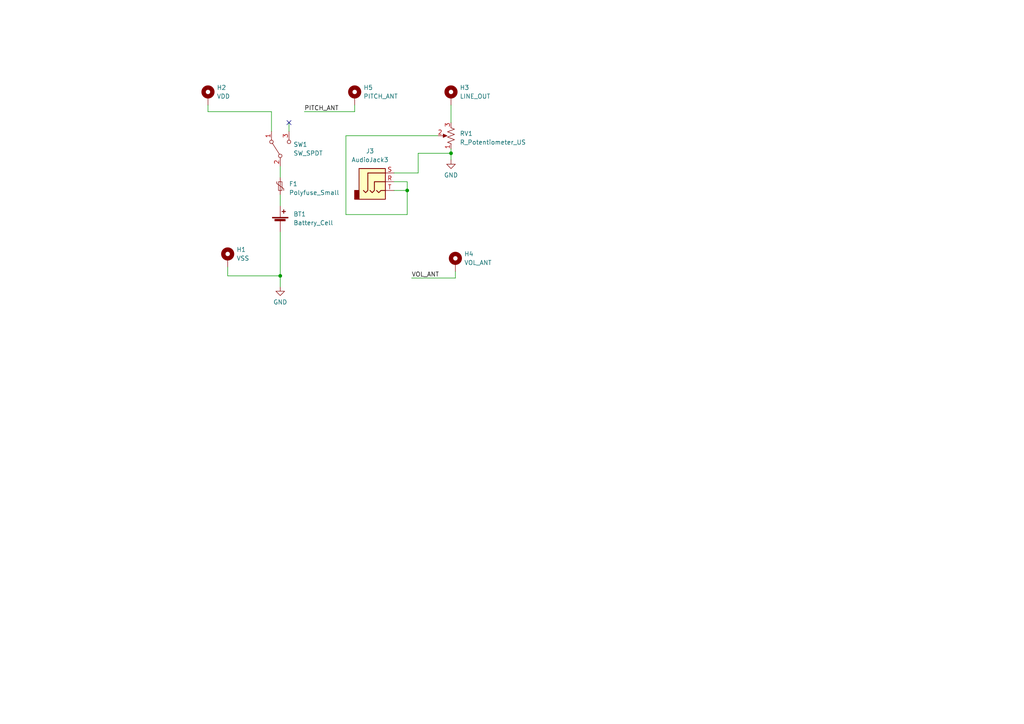
<source format=kicad_sch>
(kicad_sch (version 20221206) (generator eeschema)
  (paper "A4")
  (lib_symbols
    (symbol "Connector:AudioJack3"
      (property "Reference" "J" (at 0 8.89 0))
      (property "Value" "AudioJack3" (at 0 6.35 0))
      (symbol "AudioJack3_0_1"
        (rectangle (start -5.08 -5.08) (end -6.35 -2.54) (stroke (width 0.254)) (fill (type outline)))
        (polyline (pts (xy 0 -2.54) (xy 0.635 -3.175) (xy 1.27 -2.54) (xy 2.54 -2.54)) (stroke (width 0.254)))
        (polyline (pts (xy -1.905 -2.54) (xy -1.27 -3.175) (xy -0.635 -2.54) (xy -0.635 0) (xy 2.54 0)) (stroke (width 0.254)))
        (polyline (pts (xy 2.54 2.54) (xy -2.54 2.54) (xy -2.54 -2.54) (xy -3.175 -3.175) (xy -3.81 -2.54)) (stroke (width 0.254)))
        (rectangle (start 2.54 3.81) (end -5.08 -5.08) (stroke (width 0.254)) (fill (type background)))
      )
      (symbol "AudioJack3_1_1"
        (pin passive line (at 5.08 0 180) (length 2.54) (name "~") (number "R"))
        (pin passive line (at 5.08 2.54 180) (length 2.54) (name "~") (number "S"))
        (pin passive line (at 5.08 -2.54 180) (length 2.54) (name "~") (number "T"))
      )
    )
    (symbol "Device:Battery_Cell" (pin_numbers hide) (pin_names (offset 0) hide)
      (property "Reference" "BT" (at 2.54 2.54 0))
      (property "Value" "Battery_Cell" (at 2.54 0 0))
      (symbol "Battery_Cell_0_1"
        (rectangle (start -2.286 1.778) (end 2.286 1.524) (fill (type outline)))
        (rectangle (start -1.5748 1.1938) (end 1.4732 0.6858) (fill (type outline)))
        (polyline (pts (xy 0 0.762) (xy 0 0)))
        (polyline (pts (xy 0 1.778) (xy 0 2.54)))
        (polyline (pts (xy 0.508 3.429) (xy 1.524 3.429)) (stroke (width 0.254)))
        (polyline (pts (xy 1.016 3.937) (xy 1.016 2.921)) (stroke (width 0.254)))
      )
      (symbol "Battery_Cell_1_1"
        (pin passive line (at 0 5.08 270) (length 2.54) (name "+") (number "1"))
        (pin passive line (at 0 -2.54 90) (length 2.54) (name "-") (number "2"))
      )
    )
    (symbol "Device:Polyfuse_Small" (pin_numbers hide) (pin_names (offset 0))
      (property "Reference" "F" (at -1.905 0 90))
      (property "Value" "Polyfuse_Small" (at 1.905 0 90))
      (symbol "Polyfuse_Small_0_1"
        (rectangle (start -0.508 1.27) (end 0.508 -1.27))
        (polyline (pts (xy 0 2.54) (xy 0 -2.54)))
        (polyline (pts (xy -1.016 1.27) (xy -1.016 0.762) (xy 1.016 -0.762) (xy 1.016 -1.27)))
      )
      (symbol "Polyfuse_Small_1_1"
        (pin passive line (at 0 2.54 270) (length 0.635) (name "~") (number "1"))
        (pin passive line (at 0 -2.54 90) (length 0.635) (name "~") (number "2"))
      )
    )
    (symbol "Device:R_Potentiometer_US" (pin_names (offset 1.016) hide)
      (property "Reference" "RV" (at -4.445 0 90))
      (property "Value" "R_Potentiometer_US" (at -2.54 0 90))
      (symbol "R_Potentiometer_US_0_1"
        (polyline (pts (xy 0 -2.286) (xy 0 -2.54)))
        (polyline (pts (xy 0 2.54) (xy 0 2.286)))
        (polyline (pts (xy 2.54 0) (xy 1.524 0)))
        (polyline (pts (xy 1.143 0) (xy 2.286 0.508) (xy 2.286 -0.508) (xy 1.143 0)) (fill (type outline)))
        (polyline (pts (xy 0 -0.762) (xy 1.016 -1.143) (xy 0 -1.524) (xy -1.016 -1.905) (xy 0 -2.286)))
        (polyline (pts (xy 0 0.762) (xy 1.016 0.381) (xy 0 0) (xy -1.016 -0.381) (xy 0 -0.762)))
        (polyline (pts (xy 0 2.286) (xy 1.016 1.905) (xy 0 1.524) (xy -1.016 1.143) (xy 0 0.762)))
      )
      (symbol "R_Potentiometer_US_1_1"
        (pin passive line (at 0 3.81 270) (length 1.27) (name "1") (number "1"))
        (pin passive line (at 3.81 0 180) (length 1.27) (name "2") (number "2"))
        (pin passive line (at 0 -3.81 90) (length 1.27) (name "3") (number "3"))
      )
    )
    (symbol "Mechanical:MountingHole_Pad" (pin_numbers hide) (pin_names (offset 1.016) hide)
      (property "Reference" "H" (at 0 6.35 0))
      (property "Value" "MountingHole_Pad" (at 0 4.445 0))
      (symbol "MountingHole_Pad_0_1"
        (circle (center 0 1.27) (radius 1.27) (stroke (width 1.27)))
      )
      (symbol "MountingHole_Pad_1_1"
        (pin input line (at 0 -2.54 90) (length 2.54) (name "1") (number "1"))
      )
    )
    (symbol "Switch:SW_SPDT" (pin_names (offset 0) hide)
      (property "Reference" "SW" (at 0 4.318 0))
      (property "Value" "SW_SPDT" (at 0 -5.08 0))
      (symbol "SW_SPDT_0_0"
        (circle (center -2.032 0) (radius 0.508))
        (circle (center 2.032 -2.54) (radius 0.508))
      )
      (symbol "SW_SPDT_0_1"
        (polyline (pts (xy -1.524 0.254) (xy 1.651 2.286)))
        (circle (center 2.032 2.54) (radius 0.508))
      )
      (symbol "SW_SPDT_1_1"
        (pin passive line (at 5.08 2.54 180) (length 2.54) (name "A") (number "1"))
        (pin passive line (at -5.08 0 0) (length 2.54) (name "B") (number "2"))
        (pin passive line (at 5.08 -2.54 180) (length 2.54) (name "C") (number "3"))
      )
    )
    (symbol "power:GND" (power) (pin_names (offset 0))
      (property "Value" "GND" (at 0 -3.81 0))
      (symbol "GND_0_1"
        (polyline (pts (xy 0 0) (xy 0 -1.27) (xy 1.27 -1.27) (xy 0 -2.54) (xy -1.27 -1.27) (xy 0 -1.27)))
      )
      (symbol "GND_1_1"
        (pin power_in line (at 0 0 270) (length 0) hide (name "GND") (number "1"))
      )
    )
  )
  (junction (at 81.28 80.01))
  (junction (at 130.81 44.45))
  (junction (at 118.11 55.245))
  (no_connect (at 83.82 35.56))
  (wire (pts (xy 114.3 55.245) (xy 118.11 55.245)))
  (wire (pts (xy 88.265 32.385) (xy 102.87 32.385)))
  (wire (pts (xy 114.3 50.165) (xy 121.285 50.165)))
  (wire (pts (xy 78.74 38.1) (xy 78.74 32.385)))
  (wire (pts (xy 121.285 44.45) (xy 130.81 44.45)))
  (wire (pts (xy 118.11 52.705) (xy 118.11 55.245)))
  (wire (pts (xy 60.325 30.48) (xy 60.325 32.385)))
  (wire (pts (xy 102.87 32.385) (xy 102.87 30.48)))
  (wire (pts (xy 114.3 52.705) (xy 118.11 52.705)))
  (wire (pts (xy 100.33 62.23) (xy 118.11 62.23)))
  (wire (pts (xy 81.28 80.01) (xy 81.28 83.185)))
  (wire (pts (xy 132.08 80.645) (xy 132.08 78.74)))
  (wire (pts (xy 130.81 44.45) (xy 130.81 46.355)))
  (wire (pts (xy 81.28 59.69) (xy 81.28 56.515)))
  (wire (pts (xy 130.81 43.18) (xy 130.81 44.45)))
  (wire (pts (xy 66.04 77.47) (xy 66.04 80.01)))
  (wire (pts (xy 66.04 80.01) (xy 81.28 80.01)))
  (wire (pts (xy 121.285 50.165) (xy 121.285 44.45)))
  (wire (pts (xy 130.81 30.48) (xy 130.81 35.56)))
  (wire (pts (xy 60.325 32.385) (xy 78.74 32.385)))
  (wire (pts (xy 118.11 55.245) (xy 118.11 62.23)))
  (wire (pts (xy 81.28 51.435) (xy 81.28 48.26)))
  (wire (pts (xy 81.28 67.31) (xy 81.28 80.01)))
  (wire (pts (xy 83.82 35.56) (xy 83.82 38.1)))
  (wire (pts (xy 127 39.37) (xy 100.33 39.37)))
  (wire (pts (xy 100.33 39.37) (xy 100.33 62.23)))
  (wire (pts (xy 119.38 80.645) (xy 132.08 80.645)))
  (label "VOL_ANT" (at 119.38 80.645 0))
  (label "PITCH_ANT" (at 88.265 32.385 0))
  (symbol (lib_id "Mechanical:MountingHole_Pad") (at 132.08 76.2 0) (unit 1)
    (property "Reference" "H4" (at 134.62 73.6599 0) (effects (justify left)))
    (property "Value" "VOL_ANT" (at 134.62 76.1999 0) (effects (justify left)))
    (property "Footprint" "Theremin:SMTSO-M4" (effects hide))
  )
  (symbol (lib_id "Mechanical:MountingHole_Pad") (at 102.87 27.94 0) (unit 1)
    (property "Reference" "H5" (at 105.41 25.3999 0) (effects (justify left)))
    (property "Value" "PITCH_ANT" (at 105.41 27.9399 0) (effects (justify left)))
    (property "Footprint" "Theremin:SMTSO-M4" (effects hide))
  )
  (symbol (lib_id "Connector:AudioJack3") (at 109.22 52.705 0) (unit 1)
    (property "Reference" "J3" (at 107.315 43.815 0))
    (property "Value" "AudioJack3" (at 107.315 46.355 0))
    (property "Footprint" "Connector_Audio:Jack_3.5mm_CUI_SJ-3523-SMT_Horizontal" (effects hide))
  )
  (symbol (lib_id "power:GND") (at 130.81 46.355 0) (unit 1)
    (property "Reference" "#PWR02" (effects hide))
    (property "Value" "GND" (at 130.81 50.8 0))
  )
  (symbol (lib_id "Device:Battery_Cell") (at 81.28 64.77 0) (unit 1)
    (property "Reference" "BT1" (at 85.09 62.103 0) (effects (justify left)))
    (property "Value" "Battery_Cell" (at 85.09 64.643 0) (effects (justify left)))
    (property "Footprint" "Theremin:9V_Bat" (effects hide))
  )
  (symbol (lib_id "Device:R_Potentiometer_US") (at 130.81 39.37 180) (unit 1)
    (property "Reference" "RV1" (at 133.35 38.735 0) (effects (justify right)))
    (property "Value" "R_Potentiometer_US" (at 133.35 41.275 0) (effects (justify right)))
    (property "Footprint" "Theremin:PTV09A3015FB103" (effects hide))
  )
  (symbol (lib_id "Device:Polyfuse_Small") (at 81.28 53.975 0) (unit 1)
    (property "Reference" "F1" (at 83.82 53.34 0) (effects (justify left)))
    (property "Value" "Polyfuse_Small" (at 83.82 55.88 0) (effects (justify left)))
    (property "Footprint" "Fuse:Fuse_1812_4532Metric_Pad1.30x3.40mm_HandSolder" (effects hide))
  )
  (symbol (lib_id "Switch:SW_SPDT") (at 81.28 43.18 90) (unit 1)
    (property "Reference" "SW1" (at 85.09 41.9099 90) (effects (justify right)))
    (property "Value" "SW_SPDT" (at 85.09 44.4499 90) (effects (justify right)))
    (property "Footprint" "Theremin:CSS1210TB" (effects hide))
  )
  (symbol (lib_id "Mechanical:MountingHole_Pad") (at 130.81 27.94 0) (unit 1)
    (property "Reference" "H3" (at 133.35 25.3999 0) (effects (justify left)))
    (property "Value" "LINE_OUT" (at 133.35 27.9399 0) (effects (justify left)))
    (property "Footprint" "Theremin:SMTSO-M4" (effects hide))
  )
  (symbol (lib_id "power:GND") (at 81.28 83.185 0) (unit 1)
    (property "Reference" "#PWR01" (effects hide))
    (property "Value" "GND" (at 81.28 87.63 0))
  )
  (symbol (lib_id "Mechanical:MountingHole_Pad") (at 66.04 74.93 0) (unit 1)
    (property "Reference" "H1" (at 68.58 72.3899 0) (effects (justify left)))
    (property "Value" "VSS" (at 68.58 74.9299 0) (effects (justify left)))
    (property "Footprint" "Theremin:SMTSO-M4" (effects hide))
  )
  (symbol (lib_id "Mechanical:MountingHole_Pad") (at 60.325 27.94 0) (unit 1)
    (property "Reference" "H2" (at 62.865 25.3999 0) (effects (justify left)))
    (property "Value" "VDD" (at 62.865 27.9399 0) (effects (justify left)))
    (property "Footprint" "Theremin:SMTSO-M4" (effects hide))
  )
)
</source>
